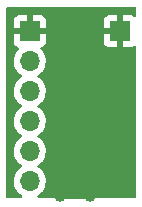
<source format=gbl>
G04 #@! TF.GenerationSoftware,KiCad,Pcbnew,(6.0.8)*
G04 #@! TF.CreationDate,2023-04-21T15:05:51+02:00*
G04 #@! TF.ProjectId,15_XCAN,31355f58-4341-44e2-9e6b-696361645f70,rev?*
G04 #@! TF.SameCoordinates,Original*
G04 #@! TF.FileFunction,Copper,L2,Bot*
G04 #@! TF.FilePolarity,Positive*
%FSLAX46Y46*%
G04 Gerber Fmt 4.6, Leading zero omitted, Abs format (unit mm)*
G04 Created by KiCad (PCBNEW (6.0.8)) date 2023-04-21 15:05:51*
%MOMM*%
%LPD*%
G01*
G04 APERTURE LIST*
G04 #@! TA.AperFunction,ComponentPad*
%ADD10R,1.700000X1.700000*%
G04 #@! TD*
G04 #@! TA.AperFunction,ComponentPad*
%ADD11O,1.700000X1.700000*%
G04 #@! TD*
G04 #@! TA.AperFunction,ViaPad*
%ADD12C,1.000000*%
G04 #@! TD*
G04 #@! TA.AperFunction,Conductor*
%ADD13C,0.400000*%
G04 #@! TD*
G04 APERTURE END LIST*
D10*
X111760000Y-63500000D03*
X104140000Y-63500000D03*
D11*
X104140000Y-66040000D03*
X104140000Y-68580000D03*
X104140000Y-71120000D03*
X104140000Y-73660000D03*
X104140000Y-76200000D03*
D12*
X106680000Y-62230000D03*
X109220000Y-62230000D03*
X106680000Y-77470000D03*
X109220000Y-77470000D03*
D13*
X106680000Y-62230000D02*
X109220000Y-62230000D01*
X106680000Y-77470000D02*
X109220000Y-77470000D01*
X109220000Y-62230000D02*
X109220000Y-77470000D01*
G04 #@! TA.AperFunction,Conductor*
G36*
X113098621Y-61488502D02*
G01*
X113145114Y-61542158D01*
X113156500Y-61594500D01*
X113156500Y-62172803D01*
X113136498Y-62240924D01*
X113082842Y-62287417D01*
X113012568Y-62297521D01*
X112954935Y-62273629D01*
X112863649Y-62205214D01*
X112848054Y-62196676D01*
X112727606Y-62151522D01*
X112712351Y-62147895D01*
X112661486Y-62142369D01*
X112654672Y-62142000D01*
X112032115Y-62142000D01*
X112016876Y-62146475D01*
X112015671Y-62147865D01*
X112014000Y-62155548D01*
X112014000Y-64839884D01*
X112018475Y-64855123D01*
X112019865Y-64856328D01*
X112027548Y-64857999D01*
X112654669Y-64857999D01*
X112661490Y-64857629D01*
X112712352Y-64852105D01*
X112727604Y-64848479D01*
X112848054Y-64803324D01*
X112863649Y-64794786D01*
X112954935Y-64726371D01*
X113021442Y-64701523D01*
X113090824Y-64716576D01*
X113141054Y-64766750D01*
X113156500Y-64827197D01*
X113156500Y-77470500D01*
X113136498Y-77538621D01*
X113082842Y-77585114D01*
X113030500Y-77596500D01*
X104915333Y-77596500D01*
X104847212Y-77576498D01*
X104800719Y-77522842D01*
X104790615Y-77452568D01*
X104820109Y-77387988D01*
X104842165Y-77367921D01*
X104910415Y-77319239D01*
X105019860Y-77241173D01*
X105178096Y-77083489D01*
X105237594Y-77000689D01*
X105305435Y-76906277D01*
X105308453Y-76902077D01*
X105407430Y-76701811D01*
X105472370Y-76488069D01*
X105501529Y-76266590D01*
X105503156Y-76200000D01*
X105484852Y-75977361D01*
X105430431Y-75760702D01*
X105341354Y-75555840D01*
X105220014Y-75368277D01*
X105069670Y-75203051D01*
X105065619Y-75199852D01*
X105065615Y-75199848D01*
X104898414Y-75067800D01*
X104898410Y-75067798D01*
X104894359Y-75064598D01*
X104853053Y-75041796D01*
X104803084Y-74991364D01*
X104788312Y-74921921D01*
X104813428Y-74855516D01*
X104840780Y-74828909D01*
X104884603Y-74797650D01*
X105019860Y-74701173D01*
X105178096Y-74543489D01*
X105237594Y-74460689D01*
X105305435Y-74366277D01*
X105308453Y-74362077D01*
X105407430Y-74161811D01*
X105472370Y-73948069D01*
X105501529Y-73726590D01*
X105503156Y-73660000D01*
X105484852Y-73437361D01*
X105430431Y-73220702D01*
X105341354Y-73015840D01*
X105220014Y-72828277D01*
X105069670Y-72663051D01*
X105065619Y-72659852D01*
X105065615Y-72659848D01*
X104898414Y-72527800D01*
X104898410Y-72527798D01*
X104894359Y-72524598D01*
X104853053Y-72501796D01*
X104803084Y-72451364D01*
X104788312Y-72381921D01*
X104813428Y-72315516D01*
X104840780Y-72288909D01*
X104884603Y-72257650D01*
X105019860Y-72161173D01*
X105178096Y-72003489D01*
X105237594Y-71920689D01*
X105305435Y-71826277D01*
X105308453Y-71822077D01*
X105407430Y-71621811D01*
X105472370Y-71408069D01*
X105501529Y-71186590D01*
X105503156Y-71120000D01*
X105484852Y-70897361D01*
X105430431Y-70680702D01*
X105341354Y-70475840D01*
X105220014Y-70288277D01*
X105069670Y-70123051D01*
X105065619Y-70119852D01*
X105065615Y-70119848D01*
X104898414Y-69987800D01*
X104898410Y-69987798D01*
X104894359Y-69984598D01*
X104853053Y-69961796D01*
X104803084Y-69911364D01*
X104788312Y-69841921D01*
X104813428Y-69775516D01*
X104840780Y-69748909D01*
X104884603Y-69717650D01*
X105019860Y-69621173D01*
X105178096Y-69463489D01*
X105237594Y-69380689D01*
X105305435Y-69286277D01*
X105308453Y-69282077D01*
X105407430Y-69081811D01*
X105472370Y-68868069D01*
X105501529Y-68646590D01*
X105503156Y-68580000D01*
X105484852Y-68357361D01*
X105430431Y-68140702D01*
X105341354Y-67935840D01*
X105220014Y-67748277D01*
X105069670Y-67583051D01*
X105065619Y-67579852D01*
X105065615Y-67579848D01*
X104898414Y-67447800D01*
X104898410Y-67447798D01*
X104894359Y-67444598D01*
X104853053Y-67421796D01*
X104803084Y-67371364D01*
X104788312Y-67301921D01*
X104813428Y-67235516D01*
X104840780Y-67208909D01*
X104884603Y-67177650D01*
X105019860Y-67081173D01*
X105178096Y-66923489D01*
X105237594Y-66840689D01*
X105305435Y-66746277D01*
X105308453Y-66742077D01*
X105407430Y-66541811D01*
X105472370Y-66328069D01*
X105501529Y-66106590D01*
X105503156Y-66040000D01*
X105484852Y-65817361D01*
X105430431Y-65600702D01*
X105341354Y-65395840D01*
X105220014Y-65208277D01*
X105216540Y-65204459D01*
X105216533Y-65204450D01*
X105072435Y-65046088D01*
X105041383Y-64982242D01*
X105049779Y-64911744D01*
X105094956Y-64856976D01*
X105121400Y-64843307D01*
X105228052Y-64803325D01*
X105243649Y-64794786D01*
X105345724Y-64718285D01*
X105358285Y-64705724D01*
X105434786Y-64603649D01*
X105443324Y-64588054D01*
X105488478Y-64467606D01*
X105492105Y-64452351D01*
X105497631Y-64401486D01*
X105498000Y-64394672D01*
X105498000Y-64394669D01*
X110402001Y-64394669D01*
X110402371Y-64401490D01*
X110407895Y-64452352D01*
X110411521Y-64467604D01*
X110456676Y-64588054D01*
X110465214Y-64603649D01*
X110541715Y-64705724D01*
X110554276Y-64718285D01*
X110656351Y-64794786D01*
X110671946Y-64803324D01*
X110792394Y-64848478D01*
X110807649Y-64852105D01*
X110858514Y-64857631D01*
X110865328Y-64858000D01*
X111487885Y-64858000D01*
X111503124Y-64853525D01*
X111504329Y-64852135D01*
X111506000Y-64844452D01*
X111506000Y-63772115D01*
X111501525Y-63756876D01*
X111500135Y-63755671D01*
X111492452Y-63754000D01*
X110420116Y-63754000D01*
X110404877Y-63758475D01*
X110403672Y-63759865D01*
X110402001Y-63767548D01*
X110402001Y-64394669D01*
X105498000Y-64394669D01*
X105498000Y-63772115D01*
X105493525Y-63756876D01*
X105492135Y-63755671D01*
X105484452Y-63754000D01*
X102800116Y-63754000D01*
X102784877Y-63758475D01*
X102783672Y-63759865D01*
X102782001Y-63767548D01*
X102782001Y-64394669D01*
X102782371Y-64401490D01*
X102787895Y-64452352D01*
X102791521Y-64467604D01*
X102836676Y-64588054D01*
X102845214Y-64603649D01*
X102921715Y-64705724D01*
X102934276Y-64718285D01*
X103036351Y-64794786D01*
X103051946Y-64803324D01*
X103160827Y-64844142D01*
X103217591Y-64886784D01*
X103242291Y-64953345D01*
X103227083Y-65022694D01*
X103207691Y-65049175D01*
X103084200Y-65178401D01*
X103080629Y-65182138D01*
X102954743Y-65366680D01*
X102860688Y-65569305D01*
X102800989Y-65784570D01*
X102777251Y-66006695D01*
X102777548Y-66011848D01*
X102777548Y-66011851D01*
X102783011Y-66106590D01*
X102790110Y-66229715D01*
X102791247Y-66234761D01*
X102791248Y-66234767D01*
X102811119Y-66322939D01*
X102839222Y-66447639D01*
X102923266Y-66654616D01*
X103039987Y-66845088D01*
X103186250Y-67013938D01*
X103358126Y-67156632D01*
X103428595Y-67197811D01*
X103431445Y-67199476D01*
X103480169Y-67251114D01*
X103493240Y-67320897D01*
X103466509Y-67386669D01*
X103426055Y-67420027D01*
X103413607Y-67426507D01*
X103409474Y-67429610D01*
X103409471Y-67429612D01*
X103385247Y-67447800D01*
X103234965Y-67560635D01*
X103080629Y-67722138D01*
X102954743Y-67906680D01*
X102860688Y-68109305D01*
X102800989Y-68324570D01*
X102777251Y-68546695D01*
X102777548Y-68551848D01*
X102777548Y-68551851D01*
X102783011Y-68646590D01*
X102790110Y-68769715D01*
X102791247Y-68774761D01*
X102791248Y-68774767D01*
X102811119Y-68862939D01*
X102839222Y-68987639D01*
X102923266Y-69194616D01*
X103039987Y-69385088D01*
X103186250Y-69553938D01*
X103358126Y-69696632D01*
X103428595Y-69737811D01*
X103431445Y-69739476D01*
X103480169Y-69791114D01*
X103493240Y-69860897D01*
X103466509Y-69926669D01*
X103426055Y-69960027D01*
X103413607Y-69966507D01*
X103409474Y-69969610D01*
X103409471Y-69969612D01*
X103385247Y-69987800D01*
X103234965Y-70100635D01*
X103080629Y-70262138D01*
X102954743Y-70446680D01*
X102860688Y-70649305D01*
X102800989Y-70864570D01*
X102777251Y-71086695D01*
X102777548Y-71091848D01*
X102777548Y-71091851D01*
X102783011Y-71186590D01*
X102790110Y-71309715D01*
X102791247Y-71314761D01*
X102791248Y-71314767D01*
X102811119Y-71402939D01*
X102839222Y-71527639D01*
X102923266Y-71734616D01*
X103039987Y-71925088D01*
X103186250Y-72093938D01*
X103358126Y-72236632D01*
X103428595Y-72277811D01*
X103431445Y-72279476D01*
X103480169Y-72331114D01*
X103493240Y-72400897D01*
X103466509Y-72466669D01*
X103426055Y-72500027D01*
X103413607Y-72506507D01*
X103409474Y-72509610D01*
X103409471Y-72509612D01*
X103385247Y-72527800D01*
X103234965Y-72640635D01*
X103080629Y-72802138D01*
X102954743Y-72986680D01*
X102860688Y-73189305D01*
X102800989Y-73404570D01*
X102777251Y-73626695D01*
X102777548Y-73631848D01*
X102777548Y-73631851D01*
X102783011Y-73726590D01*
X102790110Y-73849715D01*
X102791247Y-73854761D01*
X102791248Y-73854767D01*
X102811119Y-73942939D01*
X102839222Y-74067639D01*
X102923266Y-74274616D01*
X103039987Y-74465088D01*
X103186250Y-74633938D01*
X103358126Y-74776632D01*
X103428595Y-74817811D01*
X103431445Y-74819476D01*
X103480169Y-74871114D01*
X103493240Y-74940897D01*
X103466509Y-75006669D01*
X103426055Y-75040027D01*
X103413607Y-75046507D01*
X103409474Y-75049610D01*
X103409471Y-75049612D01*
X103385247Y-75067800D01*
X103234965Y-75180635D01*
X103080629Y-75342138D01*
X102954743Y-75526680D01*
X102860688Y-75729305D01*
X102800989Y-75944570D01*
X102777251Y-76166695D01*
X102777548Y-76171848D01*
X102777548Y-76171851D01*
X102783011Y-76266590D01*
X102790110Y-76389715D01*
X102791247Y-76394761D01*
X102791248Y-76394767D01*
X102811119Y-76482939D01*
X102839222Y-76607639D01*
X102923266Y-76814616D01*
X103039987Y-77005088D01*
X103186250Y-77173938D01*
X103358126Y-77316632D01*
X103435273Y-77361713D01*
X103483995Y-77413351D01*
X103497066Y-77483134D01*
X103470334Y-77548906D01*
X103412287Y-77589784D01*
X103371701Y-77596500D01*
X102234500Y-77596500D01*
X102166379Y-77576498D01*
X102119886Y-77522842D01*
X102108500Y-77470500D01*
X102108500Y-63227885D01*
X102782000Y-63227885D01*
X102786475Y-63243124D01*
X102787865Y-63244329D01*
X102795548Y-63246000D01*
X103867885Y-63246000D01*
X103883124Y-63241525D01*
X103884329Y-63240135D01*
X103886000Y-63232452D01*
X103886000Y-63227885D01*
X104394000Y-63227885D01*
X104398475Y-63243124D01*
X104399865Y-63244329D01*
X104407548Y-63246000D01*
X105479884Y-63246000D01*
X105495123Y-63241525D01*
X105496328Y-63240135D01*
X105497999Y-63232452D01*
X105497999Y-63227885D01*
X110402000Y-63227885D01*
X110406475Y-63243124D01*
X110407865Y-63244329D01*
X110415548Y-63246000D01*
X111487885Y-63246000D01*
X111503124Y-63241525D01*
X111504329Y-63240135D01*
X111506000Y-63232452D01*
X111506000Y-62160116D01*
X111501525Y-62144877D01*
X111500135Y-62143672D01*
X111492452Y-62142001D01*
X110865331Y-62142001D01*
X110858510Y-62142371D01*
X110807648Y-62147895D01*
X110792396Y-62151521D01*
X110671946Y-62196676D01*
X110656351Y-62205214D01*
X110554276Y-62281715D01*
X110541715Y-62294276D01*
X110465214Y-62396351D01*
X110456676Y-62411946D01*
X110411522Y-62532394D01*
X110407895Y-62547649D01*
X110402369Y-62598514D01*
X110402000Y-62605328D01*
X110402000Y-63227885D01*
X105497999Y-63227885D01*
X105497999Y-62605331D01*
X105497629Y-62598510D01*
X105492105Y-62547648D01*
X105488479Y-62532396D01*
X105443324Y-62411946D01*
X105434786Y-62396351D01*
X105358285Y-62294276D01*
X105345724Y-62281715D01*
X105243649Y-62205214D01*
X105228054Y-62196676D01*
X105107606Y-62151522D01*
X105092351Y-62147895D01*
X105041486Y-62142369D01*
X105034672Y-62142000D01*
X104412115Y-62142000D01*
X104396876Y-62146475D01*
X104395671Y-62147865D01*
X104394000Y-62155548D01*
X104394000Y-63227885D01*
X103886000Y-63227885D01*
X103886000Y-62160116D01*
X103881525Y-62144877D01*
X103880135Y-62143672D01*
X103872452Y-62142001D01*
X103245331Y-62142001D01*
X103238510Y-62142371D01*
X103187648Y-62147895D01*
X103172396Y-62151521D01*
X103051946Y-62196676D01*
X103036351Y-62205214D01*
X102934276Y-62281715D01*
X102921715Y-62294276D01*
X102845214Y-62396351D01*
X102836676Y-62411946D01*
X102791522Y-62532394D01*
X102787895Y-62547649D01*
X102782369Y-62598514D01*
X102782000Y-62605328D01*
X102782000Y-63227885D01*
X102108500Y-63227885D01*
X102108500Y-61594500D01*
X102128502Y-61526379D01*
X102182158Y-61479886D01*
X102234500Y-61468500D01*
X113030500Y-61468500D01*
X113098621Y-61488502D01*
G37*
G04 #@! TD.AperFunction*
M02*

</source>
